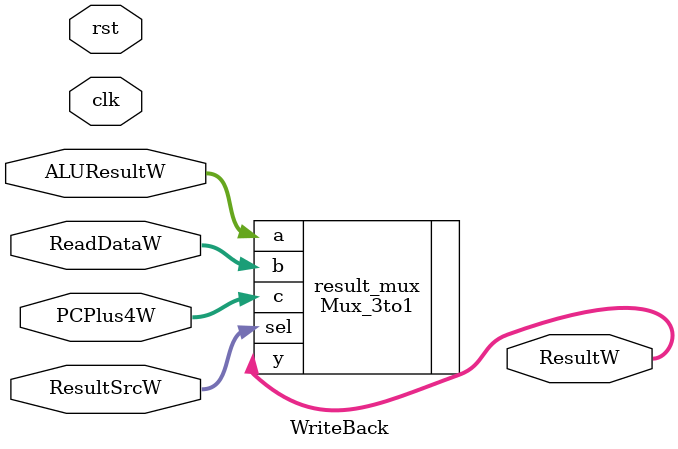
<source format=v>

module WriteBack(clk, rst, ResultSrcW, PCPlus4W, ALUResultW, ReadDataW, ResultW);

    input clk, rst;
    input [1:0] ResultSrcW;
    input [31:0] PCPlus4W, ALUResultW, ReadDataW;

    output [31:0] ResultW;

    Mux_3to1 result_mux(.a(ALUResultW),
                        .b(ReadDataW),
                        .c(PCPlus4W),
                        .sel(ResultSrcW),
                        .y(ResultW));

endmodule


</source>
